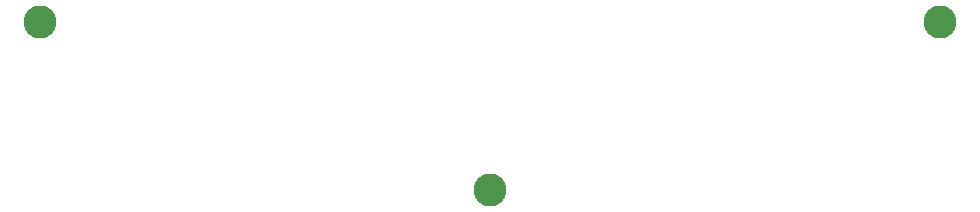
<source format=gts>
%TF.GenerationSoftware,KiCad,Pcbnew,(5.99.0-12610-g07e01e6297)*%
%TF.CreationDate,2021-10-19T09:50:00+01:00*%
%TF.ProjectId,piccolo-backplate,70696363-6f6c-46f2-9d62-61636b706c61,rev?*%
%TF.SameCoordinates,Original*%
%TF.FileFunction,Soldermask,Top*%
%TF.FilePolarity,Negative*%
%FSLAX46Y46*%
G04 Gerber Fmt 4.6, Leading zero omitted, Abs format (unit mm)*
G04 Created by KiCad (PCBNEW (5.99.0-12610-g07e01e6297)) date 2021-10-19 09:50:00*
%MOMM*%
%LPD*%
G01*
G04 APERTURE LIST*
%ADD10C,2.800000*%
G04 APERTURE END LIST*
D10*
%TO.C,H3*%
X189961868Y-87227905D03*
%TD*%
%TO.C,H1*%
X113761868Y-87227905D03*
%TD*%
%TO.C,H2*%
X151861868Y-101515405D03*
%TD*%
M02*

</source>
